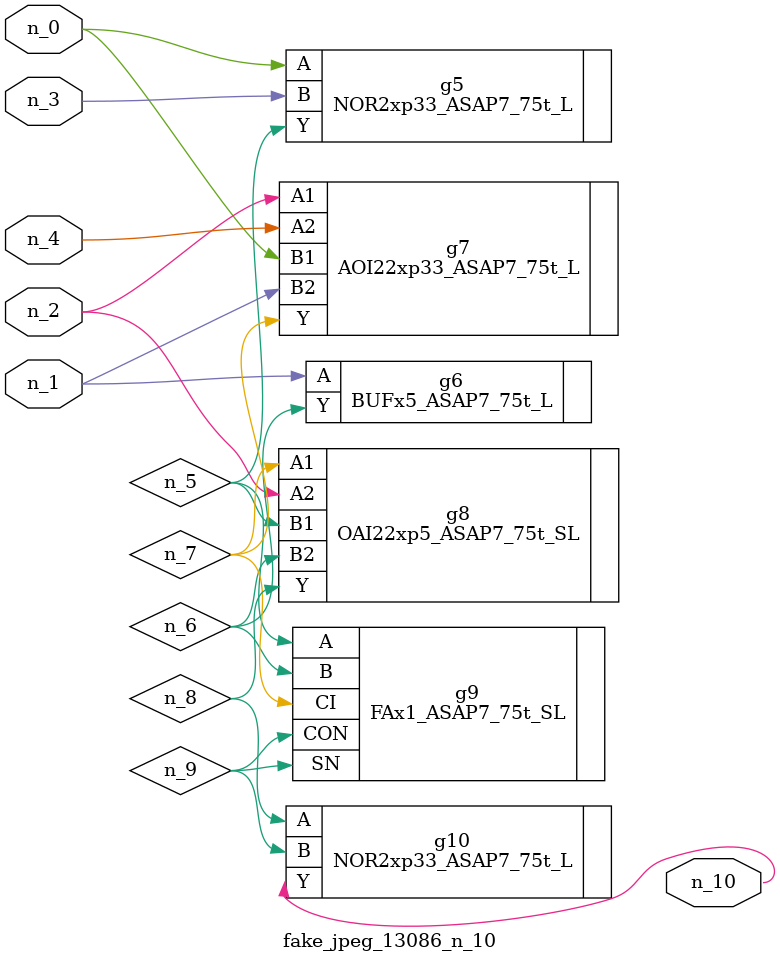
<source format=v>
module fake_jpeg_13086_n_10 (n_3, n_2, n_1, n_0, n_4, n_10);

input n_3;
input n_2;
input n_1;
input n_0;
input n_4;

output n_10;

wire n_8;
wire n_9;
wire n_6;
wire n_5;
wire n_7;

NOR2xp33_ASAP7_75t_L g5 ( 
.A(n_0),
.B(n_3),
.Y(n_5)
);

BUFx5_ASAP7_75t_L g6 ( 
.A(n_1),
.Y(n_6)
);

AOI22xp33_ASAP7_75t_L g7 ( 
.A1(n_2),
.A2(n_4),
.B1(n_0),
.B2(n_1),
.Y(n_7)
);

OAI22xp5_ASAP7_75t_SL g8 ( 
.A1(n_7),
.A2(n_2),
.B1(n_5),
.B2(n_6),
.Y(n_8)
);

NOR2xp33_ASAP7_75t_L g10 ( 
.A(n_8),
.B(n_9),
.Y(n_10)
);

FAx1_ASAP7_75t_SL g9 ( 
.A(n_5),
.B(n_6),
.CI(n_7),
.CON(n_9),
.SN(n_9)
);


endmodule
</source>
